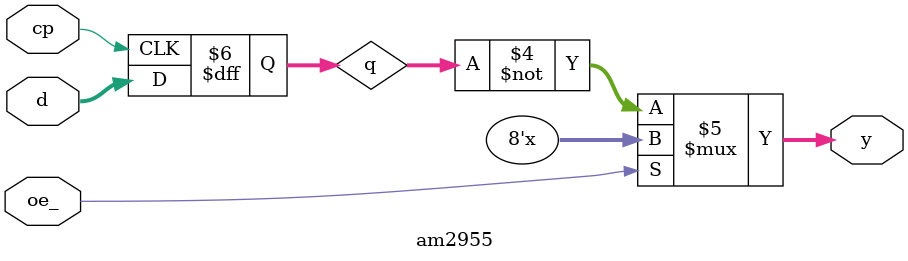
<source format=v>


// am2955 is WIDTH=8

module am2955(d, y, cp, oe_);
parameter WIDTH = 8;
input [WIDTH-1:0] d;
output [WIDTH-1:0] y;
input cp;
input oe_;

reg [WIDTH-1:0] q;

always @(posedge cp)
begin
	if (cp == 'b1) begin
		q <= d;
	end
end

assign y = (oe_=='b1) ? {WIDTH{1'bZ}} : ~q;

endmodule

</source>
